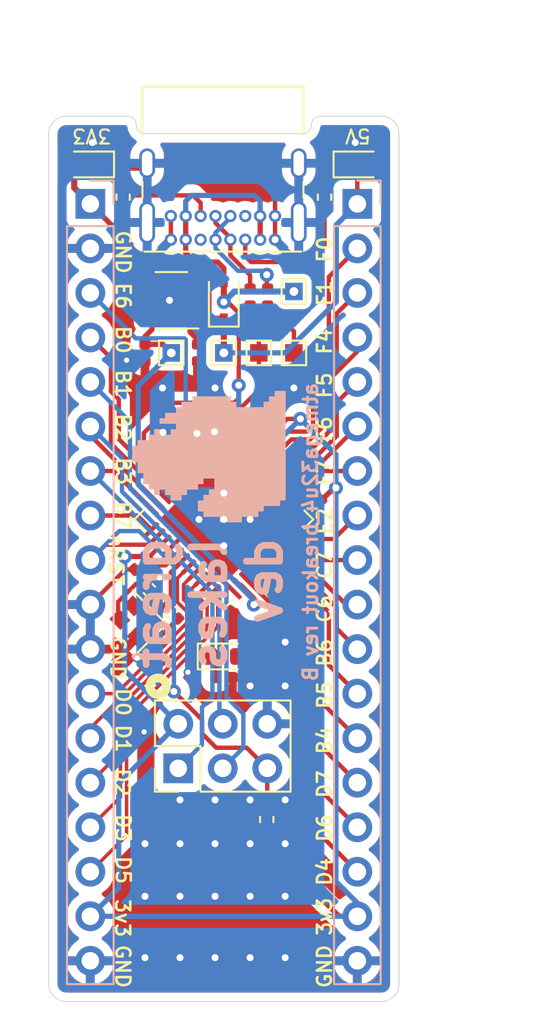
<source format=kicad_pcb>
(kicad_pcb (version 20211014) (generator pcbnew)
  (title_block (title "atmega32u4 breakout") (date "2022-12-22") (rev "rev B") (company "great lakes dev"))
  (layers (0 "F.Cu" signal) (31 "B.Cu" signal) (34 "B.Paste" user) (35 "F.Paste" user) (36 "B.SilkS" user "B.Silkscreen") (37 "F.SilkS" user "F.Silkscreen") (38 "B.Mask" user) (39 "F.Mask" user) (44 "Edge.Cuts" user))
  (net 0 "")
  (net 1 "XTAL1")
  (net 2 "GND")
  (net 3 "Net-(C2-Pad2)")
  (net 4 "XTAL2")
  (net 5 "USB_VBUS")
  (net 6 "Net-(J1-PadB5)")
  (net 7 "Net-(J1-PadA6)")
  (net 8 "Net-(J1-PadA5)")
  (net 9 "Net-(J1-PadA7)")
  (net 10 "USB_D-")
  (net 11 "USB_D+")
  (net 12 "~{RESET}")
  (net 13 "SPI_MISO")
  (net 14 "SPI_MOSI")
  (net 15 "SPI_SCL")
  (net 16 "+3V3")
  (net 17 "PD5")
  (net 18 "PD3")
  (net 19 "PD1")
  (net 20 "PD0")
  (net 21 "PB7")
  (net 22 "PB0")
  (net 23 "PE6")
  (net 24 "PD4")
  (net 25 "PD6")
  (net 26 "PD7")
  (net 27 "PB4")
  (net 28 "PB5")
  (net 29 "PB6")
  (net 30 "PC6")
  (net 31 "PC7")
  (net 32 "PE2")
  (net 33 "PF7")
  (net 34 "PF6")
  (net 35 "PF5")
  (net 36 "PF4")
  (net 37 "PF1")
  (net 38 "PF0")
  (net 39 "+5V")
  (net 40 "PD2")
  (net 42 "Net-(D2-Pad1)")
  (net 43 "Net-(D3-Pad1)")
  (net 44 "Net-(D4-Pad1)")
  (footprint "Capacitor_SMD:C_0402_1005Metric" (layer "F.Cu") (at 143.250019 88.031845 -45)
    (fp_text reference "C2" hide)
    (fp_text value "1uF")
  )
  (footprint "Resistor_SMD:R_0402_1005Metric" (layer "F.Cu") (at 148.250019 79.1 90)
    (fp_text reference "R2" hide)
    (fp_text value "22")
  )
  (footprint "Connector_USB:USB_C_Receptacle_GCT_USB4085" (layer "F.Cu") (at 149.675 75.825 180)
    (fp_text reference "J1" hide)
    (fp_text value "USB_C_Receptacle_USB2.0")
  )
  (footprint "Resistor_SMD:R_0402_1005Metric" (layer "F.Cu") (at 149.250019 79.1 90)
    (fp_text reference "R1" hide)
    (fp_text value "22")
  )
  (footprint "Package_DFN_QFN:QFN-44-1EP_7x7mm_P0.5mm_EP5.2x5.2mm" (layer "F.Cu") (at 146.750019 91.781845 -45)
    (fp_text reference "U1" hide)
    (fp_text value "ATmega32U4-MU")
  )
  (footprint "Capacitor_SMD:C_0402_1005Metric" (layer "F.Cu") (at 145.250019 82.281845 90)
    (fp_text reference "C1" hide)
    (fp_text value "1uF")
  )
  (footprint "Capacitor_SMD:C_0402_1005Metric" (layer "F.Cu") (at 142.250019 82.281845 90)
    (fp_text reference "C3" hide)
    (fp_text value "1uF")
  )
  (footprint "Diode_SMD:D_SOD-323" (layer "F.Cu") (at 146.750019 79.281845 90)
    (fp_text reference "D1" hide)
    (fp_text value "BAT54HT1G")
  )
  (footprint "TestPoint:TestPoint_Pad_1.0x1.0mm" (layer "F.Cu") (at 148.750019 82.281845)
    (fp_text reference "TP2" hide)
    (fp_text value "TestPoint_Small")
  )
  (footprint "TestPoint:TestPoint_THTPad_1.0x1.0mm_Drill0.5mm" (layer "F.Cu") (at 150.750019 78.781845)
    (fp_text reference "TP3" hide)
    (fp_text value "TestPoint_Small")
  )
  (footprint "TestPoint:TestPoint_THTPad_1.0x1.0mm_Drill0.5mm" (layer "F.Cu") (at 146.750019 82.281845)
    (fp_text reference "TP4" hide)
    (fp_text value "TestPoint_Small")
  )
  (footprint "TestPoint:TestPoint_THTPad_1.0x1.0mm_Drill0.5mm" (layer "F.Cu") (at 143.750019 82.281845)
    (fp_text reference "TP5" hide)
    (fp_text value "TestPoint_Small")
  )
  (footprint "Package_TO_SOT_SMD:SOT-23-5" (layer "F.Cu") (at 143.750019 79.281845 180)
    (fp_text reference "U2" hide)
    (fp_text value "AP2127K-3.3")
  )
  (footprint "TestPoint:TestPoint_Pad_1.0x1.0mm" (layer "F.Cu") (at 150.750019 82.281845)
    (fp_text reference "TP1" hide)
    (fp_text value "TestPoint_Small")
  )
  (footprint "LED_SMD:LED_0603_1608Metric" (layer "F.Cu") (at 154.500019 71.531845)
    (fp_text reference "D2" hide)
    (fp_text value "5V")
  )
  (footprint "LED_SMD:LED_0603_1608Metric" (layer "F.Cu") (at 146.750019 99.6)
    (fp_text reference "D4" hide)
    (fp_text value "STAT")
  )
  (footprint "Resistor_SMD:R_0402_1005Metric" (layer "F.Cu") (at 152.500019 71.281845 90)
    (fp_text reference "R3" hide)
    (fp_text value "470")
  )
  (footprint "Resistor_SMD:R_0402_1005Metric" (layer "F.Cu") (at 141.000019 71.281845 90)
    (fp_text reference "R4" hide)
    (fp_text value "470")
  )
  (footprint "LED_SMD:LED_0603_1608Metric" (layer "F.Cu") (at 139.000019 71.531845 180)
    (fp_text reference "D3" hide)
    (fp_text value "3V3")
  )
  (footprint "Connector_PinHeader_2.54mm:PinHeader_2x03_P2.54mm_Vertical" (layer "F.Cu") (at 144.150019 105.981845 90)
    (fp_text reference "J4" hide)
    (fp_text value "AVR-ISP-6")
  )
  (footprint "Capacitor_SMD:C_0402_1005Metric" (layer "F.Cu") (at 151.950019 90.381845 -45)
    (fp_text reference "C4" hide)
    (fp_text value ".1uF")
  )
  (footprint "Capacitor_SMD:C_0402_1005Metric" (layer "F.Cu") (at 142 94.3 45)
    (fp_text reference "C5" hide)
    (fp_text value ".1uF")
  )
  (footprint "Resistor_SMD:R_0402_1005Metric" (layer "F.Cu") (at 146.750019 100.8 180)
    (fp_text reference "R5" hide)
    (fp_text value "470")
  )
  (footprint "Crystal:Crystal_SMD_2016-4Pin_2.0x1.6mm" (layer "F.Cu") (at 141.7 97.6 135)
    (fp_text reference "Y1" hide)
    (fp_text value "ABM11-16.000MHZ-12-N1G-T")
  )
  (footprint "Resistor_SMD:R_0402_1005Metric" (layer "F.Cu") (at 141 73.4 -90)
    (fp_text reference "R7" hide)
    (fp_text value "5.1k")
  )
  (footprint "Resistor_SMD:R_0402_1005Metric" (layer "F.Cu") (at 152.5 73.4 -90)
    (fp_text reference "R6" hide)
    (fp_text value "5.1k")
  )
  (footprint "Capacitor_SMD:C_0402_1005Metric" (layer "F.Cu") (at 142.5 95.8 135)
    (fp_text reference "C7" hide)
    (fp_text value "12pF")
  )
  (footprint "Capacitor_SMD:C_0402_1005Metric" (layer "F.Cu") (at 143.8 97.1 135)
    (fp_text reference "C6" hide)
    (fp_text value "12pF")
  )
  (footprint "Resistor_SMD:R_0402_1005Metric" (layer "F.Cu") (at 149.2 108.9 -90)
    (fp_text reference "R8" hide)
    (fp_text value "10k")
  )
  (footprint "Connector_PinHeader_2.54mm:PinHeader_1x18_P2.54mm_Vertical" (layer "B.Cu") (at 139.130019 73.781845 180)
    (fp_text reference "J2" hide)
    (fp_text value "Header-West")
  )
  (footprint "Connector_PinHeader_2.54mm:PinHeader_1x18_P2.54mm_Vertical" (layer "B.Cu") (at 154.370019 73.781845 180)
    (fp_text reference "J3" hide)
    (fp_text value "Header-East")
  )
  (footprint "atmega32u4_breakout:gld-logo" (layer "B.Cu") (at 145.9 88.2 -90)
    (fp_text reference "G***" hide)
    (fp_text value "LOGO" hide)
  )
  (gr_circle (center 143 101.3) (end 143.2 101.2) (layer "F.SilkS") (width 0.5) (fill none))
  (gr_line (start 137.750019 68.781845) (end 141.250019 68.781845) (layer "Edge.Cuts") (width 0.05))
  (gr_line (start 155.750019 119.281845) (end 137.750019 119.281845) (layer "Edge.Cuts") (width 0.05))
  (gr_line (start 155.750019 68.781845) (end 152.250019 68.781845) (layer "Edge.Cuts") (width 0.05))
  (gr_line (start 156.750019 118.281845) (end 156.750019 69.781845) (layer "Edge.Cuts") (width 0.05))
  (gr_line (start 136.750019 118.281845) (end 136.750019 69.781845) (layer "Edge.Cuts") (width 0.05))
  (gr_arc (start 136.750019 69.781845) (mid 137.042912 69.074738) (end 137.750019 68.781845) (layer "Edge.Cuts") (width 0.05))
  (gr_line (start 151.250019 69.781845) (end 142.250019 69.781845) (layer "Edge.Cuts") (width 0.05))
  (gr_arc (start 151.750019 69.281845) (mid 151.603572 69.635398) (end 151.250019 69.781845) (layer "Edge.Cuts") (width 0.05))
  (gr_arc (start 151.750019 69.281845) (mid 151.896466 68.928292) (end 152.250019 68.781845) (layer "Edge.Cuts") (width 0.05))
  (gr_arc (start 155.750019 68.781845) (mid 156.457126 69.074738) (end 156.750019 69.781845) (layer "Edge.Cuts") (width 0.05))
  (gr_arc (start 141.250019 68.781845) (mid 141.603572 68.928292) (end 141.750019 69.281845) (layer "Edge.Cuts") (width 0.05))
  (gr_arc (start 142.250019 69.781845) (mid 141.896466 69.635398) (end 141.750019 69.281845) (layer "Edge.Cuts") (width 0.05))
  (gr_arc (start 156.750019 118.281845) (mid 156.457126 118.988952) (end 155.750019 119.281845) (layer "Edge.Cuts") (width 0.05))
  (gr_arc (start 137.750019 119.281845) (mid 137.042912 118.988952) (end 136.750019 118.281845) (layer "Edge.Cuts") (width 0.05))
  (gr_text "atmega32u4_breakout rev B" (at 151.7 92.5 90) (layer "B.SilkS") (effects (font (size 0.8 0.8) (thickness 0.17)) (justify mirror)))
  (gr_text "3v3" (at 152.500019 114.440736 90) (layer "F.SilkS") (effects (font (size 0.8 0.8))))
  (gr_text "5V" (at 154.4 69.9 180) (layer "F.SilkS") (effects (font (size 0.8 0.8) (thickness 0.125))))
  (gr_text "3V3" (at 139.2 69.9 180) (layer "F.SilkS") (effects (font (size 0.8 0.8) (thickness 0.125))))
  (gr_text "GND" (at 140.986631 117.281845 270) (layer "F.SilkS") (effects (font (size 0.8 0.8))))
  (gr_text "3v3" (at 140.971059 114.531845 270) (layer "F.SilkS") (effects (font (size 0.8 0.8))))
  (gr_text "D5" (at 141.000019 111.781845 270) (layer "F.SilkS") (effects (font (size 0.8 0.8))))
  (gr_text "D2" (at 140.950019 106.781845 270) (layer "F.SilkS") (effects (font (size 0.8 0.8))))
  (gr_text "D4" (at 152.500019 111.886178 90) (layer "F.SilkS") (effects (font (size 0.8 0.8))))
  (gr_text "F1" (at 152.500019 78.886178 90) (layer "F.SilkS") (effects (font (size 0.8 0.8))))
  (gr_text "F4" (at 152.500019 81.636178 90) (layer "F.SilkS") (effects (font (size 0.8 0.8))))
  (gr_text "D1" (at 141.000019 104.281845 270) (layer "F.SilkS") (effects (font (size 0.8 0.8))))
  (gr_text "E2" (at 152.500019 91.886178 90) (layer "F.SilkS") (effects (font (size 0.8 0.8))))
  (gr_text "C6" (at 152.500019 96.886178 90) (layer "F.SilkS") (effects (font (size 0.8 0.8))))
  (gr_text "D6" (at 152.500019 109.386178 90) (layer "F.SilkS") (effects (font (size 0.8 0.8))))
  (gr_text "F6" (at 152.500019 86.636178 90) (layer "F.SilkS") (effects (font (size 0.8 0.8))))
  (gr_text "B3" (at 141.000019 89.031845 270) (layer "F.SilkS") (effects (font (size 0.8 0.8))))
  (gr_text "B1" (at 141.000019 84.031845 270) (layer "F.SilkS") (effects (font (size 0.8 0.8))))
  (gr_text "nRST" (at 140.6 94.1 270) (layer "F.SilkS") (effects (font (size 0.8 0.8))))
  (gr_text "B5" (at 152.511586 101.79827 90) (layer "F.SilkS") (effects (font (size 0.8 0.8))))
  (gr_text "B6" (at 152.500019 99.386178 90) (layer "F.SilkS") (effects (font (size 0.8 0.8))))
  (gr_text "F7" (at 152.500019 89.136178 90) (layer "F.SilkS") (effects (font (size 0.8 0.8))))
  (gr_text "F5" (at 152.500019 84.136178 90) (layer "F.SilkS") (effects (font (size 0.8 0.8))))
  (gr_text "B0" (at 141.000019 81.531845 270) (layer "F.SilkS") (effects (font (size 0.8 0.8))))
  (gr_text "B2" (at 141.000019 86.531845 270) (layer "F.SilkS") (effects (font (size 0.8 0.8))))
  (gr_text "F0" (at 152.500019 76.386178 90) (layer "F.SilkS") (effects (font (size 0.8 0.8))))
  (gr_text "D7" (at 152.500019 106.886178 90) (layer "F.SilkS") (effects (font (size 0.8 0.8))))
  (gr_text "D3" (at 141.000019 109.381845 270) (layer "F.SilkS") (effects (font (size 0.8 0.8))))
  (gr_text "B7" (at 141.000019 91.531845 270) (layer "F.SilkS") (effects (font (size 0.8 0.8))))
  (gr_text "GND" (at 152.500019 117.281845 90) (layer "F.SilkS") (effects (font (size 0.8 0.8))))
  (gr_text "D0" (at 141.000019 102.2 270) (layer "F.SilkS") (effects (font (size 0.8 0.8))))
  (gr_text "E6" (at 141.000019 79.031845 270) (layer "F.SilkS") (effects (font (size 0.8 0.8))))
  (gr_text "GND" (at 141.000019 76.531845 270) (layer "F.SilkS") (effects (font (size 0.8 0.8))))
  (gr_text "C7" (at 152.500019 94.386178 90) (layer "F.SilkS") (effects (font (size 0.8 0.8))))
  (gr_text "GND" (at 140.7 99.7 270) (layer "F.SilkS") (effects (font (size 0.8 0.8))))
  (gr_text "B4" (at 152.500019 104.386178 90) (layer "F.SilkS") (effects (font (size 0.8 0.8))))
  (segment (start 142.583883 97.706066) (end 142.583883 97.637295) (width 0.25) (layer "F.Cu") (net 1))
  (segment (start 143.725 96.496178) (end 143.460589 96.760589) (width 0.25) (layer "F.Cu") (net 1))
  (segment (start 143.725 94.806864) (end 143.725 96.496178) (width 0.25) (layer "F.Cu") (net 1))
  (segment (start 142.583883 97.637295) (end 143.460589 96.760589) (width 0.25) (layer "F.Cu") (net 1))
  (segment (start 144.39005 94.141814) (end 143.725 94.806864) (width 0.25) (layer "F.Cu") (net 1))
  (segment (start 147.695774 88.007663) (end 146.750019 88.953418) (width 0.25) (layer "F.Cu") (net 2))
  (segment (start 146.750019 91.781845) (end 146.750019 90.281845) (width 0.25) (layer "F.Cu") (net 2))
  (segment (start 151.607072 90.038898) (end 151.321393 90.038898) (width 0.25) (layer "F.Cu") (net 2))
  (segment (start 149.675 74.475) (end 149.675 73.225) (width 0.25) (layer "F.Cu") (net 2))
  (segment (start 143.725 75.825) (end 143.725 74.475) (width 0.25) (layer "F.Cu") (net 2))
  (segment (start 144.814299 89.068323) (end 146.750019 91.004043) (width 0.25) (layer "F.Cu") (net 2))
  (segment (start 139.350019 99.181845) (end 139.130019 99.181845) (width 0.25) (layer "F.Cu") (net 2))
  (segment (start 142.073155 71.766845) (end 142.375 71.465) (width 0.25) (layer "F.Cu") (net 2))
  (segment (start 143.650019 79.281845) (end 144.850019 79.281845) (width 0.25) (layer "F.Cu") (net 2))
  (segment (start 141.128917 94.642947) (end 139.130019 96.641845) (width 0.25) (layer "F.Cu") (net 2))
  (segment (start 142.907072 87.185454) (end 143.28035 86.812176) (width 0.25) (layer "F.Cu") (net 2))
  (segment (start 144.743604 89.068323) (end 144.814299 89.068323) (width 0.25) (layer "F.Cu") (net 2))
  (segment (start 141.806066 98.483883) (end 142.222183 98.9) (width 0.25) (layer "F.Cu") (net 2))
  (segment (start 142.222183 98.9) (end 142.678822 98.9) (width 0.25) (layer "F.Cu") (net 2))
  (segment (start 149.578446 91.781845) (end 148.250019 91.781845) (width 0.25) (layer "F.Cu") (net 2))
  (segment (start 141.657053 94.642947) (end 141.128917 94.642947) (width 0.25) (layer "F.Cu") (net 2))
  (segment (start 151.321393 90.038898) (end 150.524201 90.83609) (width 0.25) (layer "F.Cu") (net 2))
  (segment (start 141.000019 71.766845) (end 142.073155 71.766845) (width 0.25) (layer "F.Cu") (net 2))
  (segment (start 146.750019 91.781845) (end 145.335805 91.781845) (width 0.25) (layer "F.Cu") (net 2))
  (segment (start 143.682943 93.434707) (end 145.335805 91.781845) (width 0.25) (layer "F.Cu") (net 2))
  (segment (start 146.750019 91.781845) (end 146.750019 93.281845) (width 0.25) (layer "F.Cu") (net 2))
  (segment (start 142.678822 98.9) (end 144.139411 97.439411) (width 0.25) (layer "F.Cu") (net 2))
  (segment (start 142.907072 87.688898) (end 142.907072 87.185454) (width 0.25) (layer "F.Cu") (net 2))
  (segment (start 146.750019 88.953418) (end 146.750019 90.281845) (width 0.25) (layer "F.Cu") (net 2))
  (segment (start 141.593934 96.716117) (end 142.262705 96.716117) (width 0.25) (layer "F.Cu") (net 2))
  (segment (start 142.262705 96.716117) (end 142.839411 96.139411) (width 0.25) (layer "F.Cu") (net 2))
  (segment (start 149.675 75.825) (end 149.675 74.475) (width 0.25) (layer "F.Cu") (net 2))
  (segment (start 142.839411 96.139411) (end 142.839411 95.360589) (width 0.25) (layer "F.Cu") (net 2))
  (segment (start 147.342221 95.909581) (end 146.750019 95.317379) (width 0.25) (layer "F.Cu") (net 2))
  (segment (start 146.750019 91.781845) (end 148.250019 91.781845) (width 0.25) (layer "F.Cu") (net 2))
  (segment (start 142.839411 95.360589) (end 143.088556 95.111444) (width 0.25) (layer "F.Cu") (net 2))
  (segment (start 146.750019 91.004043) (end 146.750019 91.781845) (width 0.25) (layer "F.Cu") (net 2))
  (segment (start 150.524201 90.83609) (end 149.578446 91.781845) (width 0.25) (layer "F.Cu") (net 2))
  (segment (start 146.750019 95.317379) (end 146.750019 93.281845) (width 0.25) (layer "F.Cu") (net 2))
  (via (at 150.250019 98.781845) (size 0.8) (drill 0.4) (layers "F.Cu" "B.Cu") (net 2))
  (via (at 143.650019 79.281845) (size 0.8) (drill 0.4) (layers "F.Cu" "B.Cu") (net 2))
  (via (at 146.750019 90.281845) (size 0.8) (drill 0.4) (layers "F.Cu" "B.Cu") (net 2))
  (via (at 148.250019 116.781845) (size 0.8) (drill 0.4) (layers "F.Cu" "B.Cu") (net 2))
  (via (at 142.250019 113.281845) (size 0.8) (drill 0.4) (layers "F.Cu" "B.Cu") (net 2))
  (via (at 141.2 82.7) (size 0.5) (drill 0.3) (layers "F.Cu" "B.Cu") (net 2))
  (via (at 143.088556 95.111444) (size 0.5) (drill 0.3) (layers "F.Cu" "B.Cu") (net 2))
  (via (at 148.250019 101.281845) (size 0.8) (drill 0.4) (layers "F.Cu" "B.Cu") (net 2))
  (via (at 146.250019 113.281845) (size 0.8) (drill 0.4) (layers "F.Cu" "B.Cu") (net 2))
  (via (at 143.28035 86.812176) (size 0.8) (drill 0.4) (layers "F.Cu" "B.Cu") (net 2))
  (via (at 141.8 99.7) (size 0.5) (drill 0.3) (layers "F.Cu" "B.Cu") (net 2))
  (via (at 146.250019 107.781845) (size 0.8) (drill 0.4) (layers "F.Cu" "B.Cu") (net 2))
  (via (at 150.250019 101.281845) (size 0.8) (drill 0.4) (layers "F.Cu" "B.Cu") (net 2))
  (via (at 150.250019 110.281845) (size 0.8) (drill 0.4) (layers "F.Cu" "B.Cu") (net 2))
  (via (at 144.250019 116.781845) (size 0.8) (drill 0.4) (layers "F.Cu" "B.Cu") (net 2))
  (via (at 144.250019 107.781845) (size 0.8) (drill 0.4) (layers "F.Cu" "B.Cu") (net 2))
  (via (at 144.250019 110.281845) (size 0.8) (drill 0.4) (layers "F.Cu" "B.Cu") (net 2))
  (via (at 148.250019 107.781845) (size 0.8) (drill 0.4) (layers "F.Cu" "B.Cu") (net 2))
  (via (at 139.250019 70.281845) (size 0.8) (drill 0.4) (layers "F.Cu" "B.Cu") (net 2))
  (via (at 142.250019 110.281845) (size 0.8) (drill 0.4) (layers "F.Cu" "B.Cu") (net 2))
  (via (at 146.750019 93.281845) (size 0.8) (drill 0.4) (layers "F.Cu" "B.Cu") (net 2))
  (via (at 154.250019 70.281845) (size 0.8) (drill 0.4) (layers "F.Cu" "B.Cu") (net 2))
  (via (at 146.250019 116.781845) (size 0.8) (drill 0.4) (layers "F.Cu" "B.Cu") (net 2))
  (via (at 144.250019 113.281845) (size 0.8) (drill 0.4) (layers "F.Cu" "B.Cu") (net 2))
  (via (at 144.7 100.5) (size 0.5) (drill 0.3) (layers "F.Cu" "B.Cu") (net 2))
  (via (at 150.250019 116.781845) (size 0.8) (drill 0.4) (layers "F.Cu" "B.Cu") (net 2))
  (via (at 146.250019 110.281845) (size 0.8) (drill 0.4) (layers "F.Cu" "B.Cu") (net 2))
  (via (at 148.250019 110.281845) (size 0.8) (drill 0.4) (layers "F.Cu" "B.Cu") (net 2))
  (via (at 146.750019 91.781845) (size 0.8) (drill 0.4) (layers "F.Cu" "B.Cu") (net 2))
  (via (at 146.250019 84.281845) (size 0.8) (drill 0.4) (layers "F.Cu" "B.Cu") (net 2))
  (via (at 142.2 103.9) (size 0.5) (drill 0.3) (layers "F.Cu" "B.Cu") (net 2))
  (via (at 150.250019 113.281845) (size 0.8) (drill 0.4) (layers "F.Cu" "B.Cu") (net 2))
  (via (at 145.335805 91.781845) (size 0.8) (drill 0.4) (layers "F.Cu" "B.Cu") (net 2))
  (via (at 148.250019 113.281845) (size 0.8) (drill 0.4) (layers "F.Cu" "B.Cu") (net 2))
  (via (at 142.250019 116.781845) (size 0.8) (drill 0.4) (layers "F.Cu" "B.Cu") (net 2))
  (via (at 148.250019 91.781845) (size 0.8) (drill 0.4) (layers "F.Cu" "B.Cu") (net 2))
  (via (at 143.250019 84.281845) (size 0.8) (drill 0.4) (layers "F.Cu" "B.Cu") (net 2))
  (via (at 150.250019 107.781845) (size 0.8) (drill 0.4) (layers "F.Cu" "B.Cu") (net 2))
  (via (at 150.750019 84.281845) (size 0.8) (drill 0.4) (layers "F.Cu" "B.Cu") (net 2))
  (segment (start 143.592966 88.624792) (end 143.592966 88.374792) (width 0.25) (layer "F.Cu") (net 3))
  (segment (start 144.39005 89.421876) (end 143.592966 88.624792) (width 0.25) (layer "F.Cu") (net 3))
  (segment (start 142.160589 95.460589) (end 141.739411 95.460589) (width 0.25) (layer "F.Cu") (net 4))
  (segment (start 144.036497 93.78826) (end 143.424757 94.4) (width 0.25) (layer "F.Cu") (net 4))
  (segment (start 141.739411 95.460589) (end 140.717893 96.482107) (width 0.25) (layer "F.Cu") (net 4))
  (segment (start 142.160589 95.239411) (end 142.160589 95.460589) (width 0.25) (layer "F.Cu") (net 4))
  (segment (start 143 94.4) (end 142.160589 95.239411) (width 0.25) (layer "F.Cu") (net 4))
  (segment (start 143.424757 94.4) (end 143 94.4) (width 0.25) (layer "F.Cu") (net 4))
  (segment (start 140.717893 97.39571) (end 140.816117 97.493934) (width 0.25) (layer "F.Cu") (net 4))
  (segment (start 140.717893 96.482107) (end 140.717893 97.39571) (width 0.25) (layer "F.Cu") (net 4))
  (segment (start 147.60002 84.131846) (end 147.60002 80.006846) (width 0.25) (layer "F.Cu") (net 5))
  (segment (start 145.1 77.1) (end 146.4 77.1) (width 0.3) (layer "F.Cu") (net 5))
  (segment (start 144.575 76.575) (end 145.1 77.1) (width 0.3) (layer "F.Cu") (net 5))
  (segment (start 145.804264 88.007663) (end 145.21576 87.419159) (width 0.25) (layer "F.Cu") (net 5))
  (segment (start 146.750019 79.381845) (end 146.781845 79.381845) (width 0.35) (layer "F.Cu") (net 5))
  (segment (start 142.183288 86.848576) (end 143.902974 85.12889) (width 0.25) (layer "F.Cu") (net 5))
  (segment (start 146.975019 79.381845) (end 146.750019 79.381845) (width 0.25) (layer "F.Cu") (net 5))
  (segment (start 145.21576 87.419159) (end 145.21576 86.881845) (width 0.25) (layer "F.Cu") (net 5))
  (segment (start 146.750019 79.381845) (end 146.750019 78.231845) (width 0.35) (layer "F.Cu") (net 5))
  (segment (start 144.575 74.475) (end 144.575 75.825) (width 0.3) (layer "F.Cu") (net 5))
  (segment (start 147.60002 84.87367) (end 147.60002 84.131846) (width 0.25) (layer "F.Cu") (net 5))
  (segment (start 143.902974 85.12889) (end 147.3448 85.12889) (width 0.25) (layer "F.Cu") (net 5))
  (segment (start 144.575 75.825) (end 144.575 76.575) (width 0.3) (layer "F.Cu") (net 5))
  (segment (start 147.60002 80.006846) (end 146.975019 79.381845) (width 0.25) (layer "F.Cu") (net 5))
  (segment (start 144.036497 89.77543) (end 142.183288 87.922221) (width 0.25) (layer "F.Cu") (net 5))
  (segment (start 146.4 77.1) (end 146.750019 77.450019) (width 0.3) (layer "F.Cu") (net 5))
  (segment (start 147.3448 85.12889) (end 147.60002 84.87367) (width 0.25) (layer "F.Cu") (net 5))
  (segment (start 146.750019 77.450019) (end 146.750019 78.231845) (width 0.3) (layer "F.Cu") (net 5))
  (segment (start 148.825 74.475) (end 148.825 75.825) (width 0.3) (layer "F.Cu") (net 5))
  (segment (start 142.183288 87.922221) (end 142.183288 86.848576) (width 0.25) (layer "F.Cu") (net 5))
  (via (at 146.750019 79.381845) (size 0.8) (drill 0.4) (layers "F.Cu" "B.Cu") (net 5))
  (via (at 145.21576 86.881845) (size 0.8) (drill 0.4) (layers "F.Cu" "B.Cu") (net 5))
  (via (at 147.60002 84.131846) (size 0.8) (drill 0.4) (layers "F.Cu" "B.Cu") (net 5))
  (segment (start 147.350019 78.781845) (end 146.750019 79.381845) (width 0.35) (layer "B.Cu") (net 5))
  (segment (start 145.21576 86.881845) (end 145.862827 87.528912) (width 0.3) (layer "B.Cu") (net 5))
  (segment (start 144.9 73.3) (end 148.5 73.3) (width 0.3) (layer "B.Cu") (net 5))
  (segment (start 144.575 73.625) (end 144.9 73.3) (width 0.3) (layer "B.Cu") (net 5))
  (segment (start 144.575 74.475) (end 144.575 73.625) (width 0.3) (layer "B.Cu") (net 5))
  (segment (start 148.5 73.3) (end 148.825 73.625) (width 0.3) (layer "B.Cu") (net 5))
  (segment (start 145.862827 87.528912) (end 146.574738 87.528912) (width 0.3) (layer "B.Cu") (net 5))
  (segment (start 147.60002 86.50363) (end 147.60002 84.131846) (width 0.3) (layer "B.Cu") (net 5))
  (segment (start 148.825 73.625) (end 148.825 74.475) (width 0.3) (layer "B.Cu") (net 5))
  (segment (start 146.574738 87.528912) (end 147.60002 86.50363) (width 0.3) (layer "B.Cu") (net 5))
  (segment (start 147.350019 78.781845) (end 150.750019 78.781845) (width 0.35) (layer "B.Cu") (net 5))
  (segment (start 145.425 74.475) (end 145.425 73.725) (width 0.25) (layer "F.Cu") (net 6))
  (segment (start 145.425 73.725) (end 145 73.3) (width 0.25) (layer "F.Cu") (net 6))
  (segment (start 141.61 73.3) (end 141 73.91) (width 0.25) (layer "F.Cu") (net 6))
  (segment (start 145 73.3) (end 141.61 73.3) (width 0.25) (layer "F.Cu") (net 6))
  (segment (start 146.275 74.475) (end 146.275 74.870405) (width 0.25) (layer "F.Cu") (net 7))
  (segment (start 146.275 74.870405) (end 147.125 75.720405) (width 0.25) (layer "F.Cu") (net 7))
  (segment (start 147.125 76.725) (end 147.125 75.825) (width 0.25) (layer "F.Cu") (net 7))
  (segment (start 148.250019 77.850019) (end 147.125 76.725) (width 0.25) (layer "F.Cu") (net 7))
  (segment (start 148.250019 78.615) (end 148.250019 77.850019) (width 0.25) (layer "F.Cu") (net 7))
  (segment (start 147.125 75.720405) (end 147.125 75.825) (width 0.25) (layer "F.Cu") (net 7))
  (segment (start 152.5 76.2) (end 151.6 77.1) (width 0.25) (layer "F.Cu") (net 8))
  (segment (start 148.3 77.1) (end 147.975 76.775) (width 0.25) (layer "F.Cu") (net 8))
  (segment (start 152.5 73.91) (end 152.5 76.2) (width 0.25) (layer "F.Cu") (net 8))
  (segment (start 147.975 76.775) (end 147.975 75.825) (width 0.25) (layer "F.Cu") (net 8))
  (segment (start 151.6 77.1) (end 148.3 77.1) (width 0.25) (layer "F.Cu") (net 8))
  (segment (start 149.2 77.8245) (end 149.2 78.564981) (width 0.25) (layer "F.Cu") (net 9))
  (segment (start 149.2 78.564981) (end 149.250019 78.615) (width 0.25) (layer "F.Cu") (net 9))
  (via (at 149.2 77.8245) (size 0.8) (drill 0.4) (layers "F.Cu" "B.Cu") (net 9))
  (segment (start 146.275 75.825) (end 146.275 75.425) (width 0.25) (layer "B.Cu") (net 9))
  (segment (start 147.125 74.579595) (end 147.125 74.475) (width 0.25) (layer "B.Cu") (net 9))
  (segment (start 147.555026 77.6) (end 148.6 77.6) (width 0.25) (layer "B.Cu") (net 9))
  (segment (start 148.6 77.6) (end 148.9755 77.6) (width 0.25) (layer "B.Cu") (net 9))
  (segment (start 146.275 75.825) (end 146.275 76.319974) (width 0.25) (layer "B.Cu") (net 9))
  (segment (start 147.125 74.575) (end 147.125 74.475) (width 0.25) (layer "B.Cu") (net 9))
  (segment (start 146.275 75.425) (end 147.125 74.575) (width 0.25) (layer "B.Cu") (net 9))
  (segment (start 146.275 76.319974) (end 147.555026 77.6) (width 0.25) (layer "B.Cu") (net 9))
  (segment (start 148.9755 77.6) (end 149.2 77.8245) (width 0.25) (layer "B.Cu") (net 9))
  (segment (start 149.285 79.585) (end 150.750019 81.050019) (width 0.25) (layer "F.Cu") (net 10))
  (segment (start 149.250019 79.585) (end 149.285 79.585) (width 0.2) (layer "F.Cu") (net 10))
  (segment (start 144.49076 87.401266) (end 145.45071 88.361216) (width 0.25) (layer "F.Cu") (net 10))
  (segment (start 150.750019 82.281845) (end 150.750019 83.031845) (width 0.25) (layer "F.Cu") (net 10))
  (segment (start 147.727954 86.05391) (end 144.913057 86.05391) (width 0.25) (layer "F.Cu") (net 10))
  (segment (start 150.750019 81.050019) (end 150.750019 82.281845) (width 0.25) (layer "F.Cu") (net 10))
  (segment (start 150.750019 83.031845) (end 147.727954 86.05391) (width 0.25) (layer "F.Cu") (net 10))
  (segment (start 144.49076 86.476207) (end 144.49076 87.401266) (width 0.25) (layer "F.Cu") (net 10))
  (segment (start 144.913057 86.05391) (end 144.49076 86.476207) (width 0.25) (layer "F.Cu") (net 10))
  (segment (start 148.750019 84.395435) (end 148.750019 82.281845) (width 0.25) (layer "F.Cu") (net 11))
  (segment (start 144.040751 86.289806) (end 144.726657 85.6039) (width 0.25) (layer "F.Cu") (net 11))
  (segment (start 145.097157 88.714769) (end 144.04075 87.658362) (width 0.25) (layer "F.Cu") (net 11))
  (segment (start 148.250019 79.585) (end 148.250019 80.281845) (width 0.25) (layer "F.Cu") (net 11))
  (segment (start 148.750019 80.781845) (end 148.750019 82.281845) (width 0.25) (layer "F.Cu") (net 11))
  (segment (start 144.726657 85.6039) (end 147.541554 85.6039) (width 0.25) (layer "F.Cu") (net 11))
  (segment (start 144.04075 87.658362) (end 144.040751 86.289806) (width 0.25) (layer "F.Cu") (net 11))
  (segment (start 147.541554 85.6039) (end 148.750019 84.395435) (width 0.25) (layer "F.Cu") (net 11))
  (segment (start 148.250019 80.281845) (end 148.750019 80.781845) (width 0.25) (layer "F.Cu") (net 11))
  (segment (start 142.975837 92.7276) (end 142.9724 92.7276) (width 0.25) (layer "F.Cu") (net 12))
  (segment (start 140.006864 93.225) (end 139.130019 94.101845) (width 0.25) (layer "F.Cu") (net 12))
  (segment (start 149.230019 108.359981) (end 149.2 108.39) (width 0.25) (layer "F.Cu") (net 12))
  (segment (start 142.475 93.225) (end 140.006864 93.225) (width 0.25) (layer "F.Cu") (net 12))
  (segment (start 145.515018 104.005846) (end 146.316016 104.806844) (width 0.25) (layer "F.Cu") (net 12))
  (segment (start 142.9724 92.7276) (end 142.475 93.225) (width 0.25) (layer "F.Cu") (net 12))
  (segment (start 143.9 101.6) (end 145.515018 103.215018) (width 0.25) (layer "F.Cu") (net 12))
  (segment (start 149.230019 105.981845) (end 149.230019 108.359981) (width 0.25) (layer "F.Cu") (net 12))
  (segment (start 148.055018 104.806844) (end 149.230019 105.981845) (width 0.25) (layer "F.Cu") (net 12))
  (segment (start 145.515018 103.215018) (end 145.515018 104.005846) (width 0.25) (layer "F.Cu") (net 12))
  (segment (start 146.316016 104.806844) (end 148.055018 104.806844) (width 0.25) (layer "F.Cu") (net 12))
  (via (at 143.9 101.6) (size 0.8) (drill 0.4) (layers "F.Cu" "B.Cu") (net 12))
  (segment (start 140.78339 92.448474) (end 139.130019 94.101845) (width 0.25) (layer "B.Cu") (net 12))
  (segment (start 143.9 94.428236) (end 141.920238 92.448474) (width 0.25) (layer "B.Cu") (net 12))
  (segment (start 141.920238 92.448474) (end 140.78339 92.448474) (width 0.25) (layer "B.Cu") (net 12))
  (segment (start 143.9 101.6) (end 143.9 94.428236) (width 0.25) (layer "B.Cu") (net 12))
  (segment (start 140.454485 89.021845) (end 139.130019 89.021845) (width 0.25) (layer "F.Cu") (net 13))
  (segment (start 142.622283 91.189643) (end 140.454485 89.021845) (width 0.25) (layer "F.Cu") (net 13))
  (segment (start 146.1 101.9) (end 146.1 95.991826) (width 0.25) (layer "B.Cu") (net 13))
  (segment (start 145.5 102.5) (end 146.1 101.9) (width 0.25) (layer "B.Cu") (net 13))
  (segment (start 146.1 95.991826) (end 139.130019 89.021845) (width 0.25) (layer "B.Cu") (net 13))
  (segment (start 144.150019 105.981845) (end 145.5 104.631864) (width 0.25) (layer "B.Cu") (net 13))
  (segment (start 145.5 104.631864) (end 145.5 102.5) (width 0.25) (layer "B.Cu") (net 13))
  (segment (start 139.130019 86.990272) (end 139.130019 86.481845) (width 0.25) (layer "F.Cu") (net 14))
  (segment (start 142.975837 90.83609) (end 139.130019 86.990272) (width 0.25) (layer "F.Cu") (net 14))
  (segment (start 146.5 95.755416) (end 140.938224 90.19364) (width 0.25) (layer "B.Cu") (net 14))
  (segment (start 140.938224 88.29005) (end 139.130019 86.481845) (width 0.25) (layer "B.Cu") (net 14))
  (segment (start 140.938224 90.19364) (end 140.938224 88.29005) (width 0.25) (layer "B.Cu") (net 14))
  (segment (start 146.690019 103.441845) (end 146.5 103.251826) (width 0.25) (layer "B.Cu") (net 14))
  (segment (start 146.5 103.251826) (end 146.5 95.755416) (width 0.25) (layer "B.Cu") (net 14))
  (segment (start 143.32939 90.482536) (end 140.30502 87.458166) (width 0.25) (layer "F.Cu") (net 15))
  (segment (start 140.30502 85.116846) (end 139.130019 83.941845) (width 0.25) (layer "F.Cu") (net 15))
  (segment (start 140.30502 87.458166) (end 140.30502 85.116846) (width 0.25) (layer "F.Cu") (net 15))
  (segment (start 141.388234 90.00724) (end 141.388234 86.20006) (width 0.25) (layer "B.Cu") (net 15))
  (segment (start 147.86502 102.877844) (end 146.9 101.912824) (width 0.25) (layer "B.Cu") (net 15))
  (segment (start 147.86502 104.806844) (end 147.86502 102.877844) (width 0.25) (layer "B.Cu") (net 15))
  (segment (start 146.9 95.519006) (end 141.388234 90.00724) (width 0.25) (layer "B.Cu") (net 15))
  (segment (start 146.9 101.912824) (end 146.9 95.519006) (width 0.25) (layer "B.Cu") (net 15))
  (segment (start 146.690019 105.981845) (end 147.86502 104.806844) (width 0.25) (layer "B.Cu") (net 15))
  (segment (start 141.388234 86.20006) (end 139.130019 83.941845) (width 0.25) (layer "B.Cu") (net 15))
  (segment (start 142.250019 81.796845) (end 143.265019 81.796845) (width 0.3) (layer "F.Cu") (net 16))
  (segment (start 143.32939 93.081154) (end 142.453491 93.957053) (width 0.25) (layer "F.Cu") (net 16))
  (segment (start 148.049328 88.361216) (end 148.689359 87.721185) (width 0.25) (layer "F.Cu") (net 16))
  (segment (start 148.464053 96.642505) (end 148.464053 96.288953) (width 0.3) (layer "F.Cu") (net 16))
  (segment (start 151.435913 91.581845) (end 152.292966 90.724792) (width 0.25) (layer "F.Cu") (net 16))
  (segment (start 141.450019 79.350019) (end 142.331845 80.231845) (width 0.3) (layer "F.Cu") (net 16))
  (segment (start 149.2 109.41) (end 149.2 110.292487) (width 0.3) (layer "F.Cu") (net 16))
  (segment (start 138.212519 72.864345) (end 139.130019 73.781845) (width 0.35) (layer "F.Cu") (net 16))
  (segment (start 147.342221 87.654109) (end 147.781247 87.215083) (width 0.25) (layer "F.Cu") (net 16))
  (segment (start 151.269957 91.581845) (end 151.435913 91.581845) (width 0.25) (layer "F.Cu") (net 16))
  (segment (start 143.265019 81.796845) (end 143.750019 82.281845) (width 0.3) (layer "F.Cu") (net 16))
  (segment (start 142.453491 93.957053) (end 142.342947 93.957053) (width 0.3) (layer "F.Cu") (net 16))
  (segment (start 149.2 110.292487) (end 153.329358 114.421845) (width 0.3) (layer "F.Cu") (net 16))
  (segment (start 153.035913 89.981845) (end 152.292966 90.724792) (width 0.3) (layer "F.Cu") (net 16))
  (segment (start 142.650019 80.949981) (end 142.650019 80.231845) (width 0.3) (layer "F.Cu") (net 16))
  (segment (start 142.331845 80.231845) (end 142.650019 80.231845) (width 0.3) (layer "F.Cu") (net 16))
  (segment (start 153.329358 114.421845) (end 154.370019 114.421845) (width 0.3) (layer "F.Cu") (net 16))
  (segment (start 142.285894 93.9) (end 142.342947 93.957053) (width 0.3) (layer "F.Cu") (net 16))
  (segment (start 142.250019 81.349981) (end 142.650019 80.949981) (width 0.3) (layer "F.Cu") (net 16))
  (segment (start 148.183257 87.215083) (end 148.689359 87.721185) (width 0.25) (layer "F.Cu") (net 16))
  (segment (start 138.212519 71.531845) (end 138.212519 72.864345) (width 0.35) (layer "F.Cu") (net 16))
  (segment (start 151.119988 86.046795) (end 150.363749 86.046795) (width 0.25) (layer "F.Cu") (net 16))
  (segment (start 150.877755 91.189643) (end 151.269957 91.581845) (width 0.25) (layer "F.Cu") (net 16))
  (segment (start 142.250019 81.796845) (end 142.250019 81.349981) (width 0.3) (layer "F.Cu") (net 16))
  (segment (start 141.1 93.9) (end 142.285894 93.9) (width 0.3) (layer "F.Cu") (net 16))
  (segment (start 153.150019 89.981845) (end 153.035913 89.981845) (width 0.3) (layer "F.Cu") (net 16))
  (segment (start 147.781247 87.215083) (end 148.183257 87.215083) (width 0.25) (layer "F.Cu") (net 16))
  (segment (start 141.450019 76.101845) (end 141.450019 79.350019) (width 0.3) (layer "F.Cu") (net 16))
  (segment (start 139.130019 73.781845) (end 141.450019 76.101845) (width 0.3) (layer "F.Cu") (net 16))
  (segment (start 148.464053 96.288953) (end 147.71345 95.53835) (width 0.3) (layer "F.Cu") (net 16))
  (segment (start 150.363749 86.046795) (end 148.689359 87.721185) (width 0.25) (layer "F.Cu") (net 16))
  (via (at 141.1 93.9) (size 0.8) (drill 0.4) (layers "F.Cu" "B.Cu") (net 16))
  (via (at 153.150019 89.981845) (size 0.8) (drill 0.4) (layers "F.Cu" "B.Cu") (net 16))
  (via (at 148.464053 96.642505) (size 0.8) (drill 0.4) (layers "F.Cu" "B.Cu") (net 16))
  (via (at 151.119988 86.046795) (size 0.8) (drill 0.4) (layers "F.Cu" "B.Cu") (net 16))
  (segment (start 153.150019 88.076826) (end 151.119988 86.046795) (width 0.3) (layer "B.Cu") (net 16))
  (segment (start 153.150019 89.981845) (end 153.150019 88.076826) (width 0.3) (layer "B.Cu") (net 16))
  (segment (start 143.800019 91.731845) (end 148.464053 96.395879) (width 0.3) (layer "B.Cu") (net 16))
  (segment (start 151.119988 86.046795) (end 147.884938 89.281845) (width 0.3) (layer "B.Cu") (net 16))
  (segment (start 141.976469 89.281845) (end 141.863244 89.16862) (width 0.3) (layer "B.Cu") (net 16))
  (segment (start 141.1 93.9) (end 141.1 100.391826) (width 0.3) (layer "B.Cu") (net 16))
  (segment (start 141.863244 84.16862) (end 141.863244 84.39507) (width 0.3) (layer "B.Cu") (net 16))
  (segment (start 153.150019 89.981845) (end 153.150019 112.437847) (width 0.3) (layer "B.Cu") (net 16))
  (segment (start 148.464053 96.395879) (end 148.464053 96.642505) (width 0.3) (layer "B.Cu") (net 16))
  (segment (start 147.884938 89.281845) (end 141.976469 89.281845) (width 0.3) (layer "B.Cu") (net 16))
  (segment (start 141.863244 89.16862) (end 141.863244 89.79507) (width 0.3) (layer "B.Cu") (net 16))
  (segment (start 154.370019 113.657847) (end 154.370019 114.421845) (width 0.3) (layer "B.Cu") (net 16))
  (segment (start 141.863244 84.39507) (end 141.863244 89.16862) (width 0.3) (layer "B.Cu") (net 16))
  (segment (start 154.370019 114.421845) (end 139.130019 114.421845) (width 0.3) (layer "B.Cu") (net 16))
  (segment (start 141.863244 89.79507) (end 143.550019 91.481845) (width 0.3) (layer "B.Cu") (net 16))
  (segment (start 143.750019 82.281845) (end 141.863244 84.16862) (width 0.3) (layer "B.Cu") (net 16))
  (segment (start 140.750019 106.841845) (end 140.750019 112.801845) (width 0.3) (layer "B.Cu") (net 16))
  (segment (start 143.550019 91.481845) (end 143.800019 91.731845) (width 0.3) (layer "B.Cu") (net 16))
  (segment (start 144.150019 103.441845) (end 140.750019 106.841845) (width 0.3) (layer "B.Cu") (net 16))
  (segment (start 153.150019 112.437847) (end 154.370019 113.657847) (width 0.3) (layer "B.Cu") (net 16))
  (segment (start 141.1 100.391826) (end 144.150019 103.441845) (width 0.3) (layer "B.Cu") (net 16))
  (segment (start 140.750019 112.801845) (end 139.130019 114.421845) (width 0.3) (layer "B.Cu") (net 16))
  (segment (start 146.4 97.908252) (end 141.2 103.108252) (width 0.2) (layer "F.Cu") (net 17))
  (segment (start 141.2 103.108252) (end 141.2 109.811864) (width 0.2) (layer "F.Cu") (net 17))
  (segment (start 146.4 96.2) (end 146.4 97.908252) (width 0.2) (layer "F.Cu") (net 17))
  (segment (start 141.2 109.811864) (end 139.130019 111.881845) (width 0.2) (layer "F.Cu") (net 17))
  (segment (start 146.157817 95.909581) (end 146.157817 95.957817) (width 0.2) (layer "F.Cu") (net 17))
  (segment (start 146.157817 95.957817) (end 146.4 96.2) (width 0.2) (layer "F.Cu") (net 17))
  (segment (start 140.85 102.963278) (end 140.85 107.621864) (width 0.2) (layer "F.Cu") (net 18))
  (segment (start 145.3 96.060291) (end 145.3 96.212823) (width 0.2) (layer "F.Cu") (net 18))
  (segment (start 140.85 107.621864) (end 139.130019 109.341845) (width 0.2) (layer "F.Cu") (net 18))
  (segment (start 145.798614 96.711437) (end 145.798614 98.014664) (width 0.2) (layer "F.Cu") (net 18))
  (segment (start 145.798614 98.014664) (end 140.85 102.963278) (width 0.2) (layer "F.Cu") (net 18))
  (segment (start 145.804264 95.556027) (end 145.3 96.060291) (width 0.2) (layer "F.Cu") (net 18))
  (segment (start 145.3 96.212823) (end 145.798614 96.711437) (width 0.2) (layer "F.Cu") (net 18))
  (segment (start 144.45 96.352773) (end 145.098614 97.001386) (width 0.2) (layer "F.Cu") (net 19))
  (segment (start 145.097157 94.848921) (end 144.45 95.496078) (width 0.2) (layer "F.Cu") (net 19))
  (segment (start 144.45 95.496078) (end 144.45 96.352773) (width 0.2) (layer "F.Cu") (net 19))
  (segment (start 145.098614 97.724716) (end 139.130019 103.693311) (width 0.2) (layer "F.Cu") (net 19))
  (segment (start 145.098614 97.001386) (end 145.098614 97.724716) (width 0.2) (layer "F.Cu") (net 19))
  (segment (start 139.130019 103.693311) (end 139.130019 104.261845) (width 0.2) (layer "F.Cu") (net 19))
  (segment (start 140.606511 101.721845) (end 139.130019 101.721845) (width 0.2) (layer "F.Cu") (net 20))
  (segment (start 144.743604 94.495367) (end 144.1 95.138971) (width 0.2) (layer "F.Cu") (net 20))
  (segment (start 144.748614 97.151386) (end 144.748614 97.579742) (width 0.2) (layer "F.Cu") (net 20))
  (segment (start 144.1 95.138971) (end 144.1 96.502772) (width 0.2) (layer "F.Cu") (net 20))
  (segment (start 144.748614 97.579742) (end 140.606511 101.721845) (width 0.2) (layer "F.Cu") (net 20))
  (segment (start 144.1 96.502772) (end 144.748614 97.151386) (width 0.2) (layer "F.Cu") (net 20))
  (segment (start 141.810081 91.561845) (end 142.622283 92.374047) (width 0.25) (layer "F.Cu") (net 21))
  (segment (start 139.130019 91.561845) (end 141.810081 91.561845) (width 0.25) (layer "F.Cu") (net 21))
  (segment (start 139.130019 81.401845) (end 140.30502 82.576846) (width 0.25) (layer "F.Cu") (net 22))
  (segment (start 140.75503 87.20107) (end 143.682943 90.128983) (width 0.25) (layer "F.Cu") (net 22))
  (segment (start 140.30502 82.576846) (end 140.30502 84.480436) (width 0.25) (layer "F.Cu") (net 22))
  (segment (start 140.30502 84.480436) (end 140.75503 84.930446) (width 0.25) (layer "F.Cu") (net 22))
  (segment (start 140.75503 84.930446) (end 140.75503 87.20107) (width 0.25) (layer "F.Cu") (net 22))
  (segment (start 146 87.3) (end 146 87.496292) (width 0.25) (layer "F.Cu") (net 23))
  (segment (start 146 87.496292) (end 146.157817 87.654109) (width 0.25) (layer "F.Cu") (net 23))
  (segment (start 146.21045 86.77891) (end 146.21045 87.08955) (width 0.25) (layer "F.Cu") (net 23))
  (segment (start 146.21045 87.08955) (end 146 87.3) (width 0.25) (layer "F.Cu") (net 23))
  (via (at 146.21045 86.77891) (size 0.8) (drill 0.4) (layers "F.Cu" "B.Cu") (net 23))
  (segment (start 141.725018 81.456844) (end 139.130019 78.861845) (width 0.25) (layer "B.Cu") (net 23))
  (segment (start 144.57502 81.521844) (end 144.51002 81.456844) (width 0.25) (layer "B.Cu") (net 23))
  (segment (start 144.57502 85.14348) (end 144.57502 81.521844) (width 0.25) (layer "B.Cu") (net 23))
  (segment (start 146.21045 86.77891) (end 144.57502 85.14348) (width 0.25) (layer "B.Cu") (net 23))
  (segment (start 144.51002 81.456844) (end 141.725018 81.456844) (width 0.25) (layer "B.Cu") (net 23))
  (segment (start 150.944968 108.456794) (end 154.370019 111.881845) (width 0.25) (layer "F.Cu") (net 24))
  (segment (start 150.944968 98.098114) (end 150.944968 99.555032) (width 0.25) (layer "F.Cu") (net 24))
  (segment (start 150.9 99.6) (end 150.944968 99.555032) (width 0.25) (layer "F.Cu") (net 24))
  (segment (start 148.049328 95.202474) (end 149.489359 96.642505) (width 0.25) (layer "F.Cu") (net 24))
  (segment (start 149.489359 96.642505) (end 150.944968 98.098114) (width 0.25) (layer "F.Cu") (net 24))
  (segment (start 147.537519 99.6) (end 150.9 99.6) (width 0.25) (layer "F.Cu") (net 24))
  (segment (start 150.944968 99.555032) (end 150.944968 108.456794) (width 0.25) (layer "F.Cu") (net 24))
  (segment (start 151.394978 106.366804) (end 154.370019 109.341845) (width 0.25) (layer "F.Cu") (net 25))
  (segment (start 151.394978 97.841018) (end 151.394978 106.366804) (width 0.25) (layer "F.Cu") (net 25))
  (segment (start 148.402881 94.848921) (end 151.394978 97.841018) (width 0.25) (layer "F.Cu") (net 25))
  (segment (start 151.844988 104.276814) (end 154.370019 106.801845) (width 0.25) (layer "F.Cu") (net 26))
  (segment (start 151.844988 97.583921) (end 151.844988 104.276814) (width 0.25) (layer "F.Cu") (net 26))
  (segment (start 148.756434 94.495367) (end 151.844988 97.583921) (width 0.25) (layer "F.Cu") (net 26))
  (segment (start 149.109988 94.141814) (end 152.294998 97.326824) (width 0.25) (layer "F.Cu") (net 27))
  (segment (start 152.294998 97.326824) (end 152.294998 102.186824) (width 0.25) (layer "F.Cu") (net 27))
  (segment (start 152.294998 102.186824) (end 154.370019 104.261845) (width 0.25) (layer "F.Cu") (net 27))
  (segment (start 152.745008 97.069727) (end 152.745008 100.096834) (width 0.25) (layer "F.Cu") (net 28))
  (segment (start 152.745008 100.096834) (end 154.370019 101.721845) (width 0.25) (layer "F.Cu") (net 28))
  (segment (start 149.463541 93.78826) (end 152.745008 97.069727) (width 0.25) (layer "F.Cu") (net 28))
  (segment (start 153.195018 96.812628) (end 153.195018 98.006844) (width 0.25) (layer "F.Cu") (net 29))
  (segment (start 153.195018 98.006844) (end 154.370019 99.181845) (width 0.25) (layer "F.Cu") (net 29))
  (segment (start 149.817095 93.434707) (end 153.195018 96.812628) (width 0.25) (layer "F.Cu") (net 29))
  (segment (start 153.731339 96.641845) (end 154.370019 96.641845) (width 0.25) (layer "F.Cu") (net 30))
  (segment (start 150.170648 93.081154) (end 153.731339 96.641845) (width 0.25) (layer "F.Cu") (net 30))
  (segment (start 151.898446 94.101845) (end 154.370019 94.101845) (width 0.25) (layer "F.Cu") (net 31))
  (segment (start 150.524201 92.7276) (end 151.898446 94.101845) (width 0.25) (layer "F.Cu") (net 31))
  (segment (start 153.031864 92.9) (end 151.403708 92.9) (width 0.25) (layer "F.Cu") (net 32))
  (segment (start 154.370019 91.561845) (end 153.031864 92.9) (width 0.25) (layer "F.Cu") (net 32))
  (segment (start 151.403708 92.9) (end 150.877755 92.374047) (width 0.25) (layer "F.Cu") (net 32))
  (segment (start 150.170648 90.411842) (end 151.560645 89.021845) (width 0.25) (layer "F.Cu") (net 33))
  (segment (start 150.170648 90.482536) (end 150.170648 90.411842) (width 0.25) (layer "F.Cu") (net 33))
  (segment (start 151.560645 89.021845) (end 154.370019 89.021845) (width 0.25) (layer "F.Cu") (net 33))
  (segment (start 152.280029 88.571835) (end 154.370019 86.481845) (width 0.25) (layer "F.Cu") (net 34))
  (segment (start 151.374245 88.571835) (end 152.280029 88.571835) (width 0.25) (layer "F.Cu") (net 34))
  (segment (start 149.817095 90.128983) (end 151.374245 88.571835) (width 0.25) (layer "F.Cu") (net 34))
  (segment (start 149.463541 89.77543) (end 149.463541 89.704735) (width 0.25) (layer "F.Cu") (net 35))
  (segment (start 149.463541 89.704735) (end 151.046451 88.121825) (width 0.25) (layer "F.Cu") (net 35))
  (segment (start 152.093629 88.121825) (end 153.195018 87.020436) (width 0.25) (layer "F.Cu") (net 35))
  (segment (start 153.195018 87.020436) (end 153.195018 85.116846) (width 0.25) (layer "F.Cu") (net 35))
  (segment (start 151.046451 88.121825) (end 152.093629 88.121825) (width 0.25) (layer "F.Cu") (net 35))
  (segment (start 153.195018 85.116846) (end 154.370019 83.941845) (width 0.25) (layer "F.Cu") (net 35))
  (segment (start 151.860049 87.671815) (end 152.745008 86.786856) (width 0.25) (layer "F.Cu") (net 36))
  (segment (start 154.370019 82.202843) (end 154.370019 81.401845) (width 0.25) (layer "F.Cu") (net 36))
  (segment (start 149.109988 89.421876) (end 150.860051 87.671815) (width 0.25) (layer "F.Cu") (net 36))
  (segment (start 150.860051 87.671815) (end 151.860049 87.671815) (width 0.25) (layer "F.Cu") (net 36))
  (segment (start 152.745008 83.827854) (end 154.370019 82.202843) (width 0.25) (layer "F.Cu") (net 36))
  (segment (start 152.745008 86.786856) (end 152.745008 83.827854) (width 0.25) (layer "F.Cu") (net 36))
  (segment (start 150.602952 87.221805) (end 151.673649 87.221805) (width 0.25) (layer "F.Cu") (net 37))
  (segment (start 148.756434 89.068323) (end 150.602952 87.221805) (width 0.25) (layer "F.Cu") (net 37))
  (segment (start 153.195018 82.736846) (end 153.195018 80.036846) (width 0.25) (layer "F.Cu") (net 37))
  (segment (start 153.195018 80.036846) (end 154.370019 78.861845) (width 0.25) (layer "F.Cu") (net 37))
  (segment (start 151.673649 87.221805) (end 152.294998 86.600456) (width 0.25) (layer "F.Cu") (net 37))
  (segment (start 152.294998 83.636866) (end 153.195018 82.736846) (width 0.25) (layer "F.Cu") (net 37))
  (segment (start 152.294998 86.600456) (end 152.294998 83.636866) (width 0.25) (layer "F.Cu") (net 37))
  (segment (start 150.345855 86.771795) (end 151.487249 86.771795) (width 0.25) (layer "F.Cu") (net 38))
  (segment (start 152.745008 82.550446) (end 152.745008 77.946856) (width 0.25) (layer "F.Cu") (net 38))
  (segment (start 151.844989 83.450465) (end 152.745008 82.550446) (width 0.25) (layer "F.Cu") (net 38))
  (segment (start 152.745008 77.946856) (end 154.370019 76.321845) (width 0.25) (layer "F.Cu") (net 38))
  (segment (start 151.487249 86.771795) (end 151.844988 86.414056) (width 0.25) (layer "F.Cu") (net 38))
  (segment (start 148.402881 88.714769) (end 150.345855 86.771795) (width 0.25) (layer "F.Cu") (net 38))
  (segment (start 151.844988 86.414056) (end 151.844989 83.450465) (width 0.25) (layer "F.Cu") (net 38))
  (segment (start 145.680019 78.331845) (end 145.900019 78.551845) (width 0.3) (layer "F.Cu") (net 39))
  (segment (start 144.850019 78.331845) (end 145.680019 78.331845) (width 0.3) (layer "F.Cu") (net 39))
  (segment (start 146.750019 82.281845) (end 146.750019 80.331845) (width 0.35) (layer "F.Cu") (net 39))
  (segment (start 154.370019 73.781845) (end 154.370019 72.449345) (width 0.25) (layer "F.Cu") (net 39))
  (segment (start 146.750019 80.331845) (end 145.900019 80.331845) (width 0.35) (layer "F.Cu") (net 39))
  (segment (start 144.850019 81.081845) (end 144.850019 80.231845) (width 0.35) (layer "F.Cu") (net 39))
  (segment (start 145.250019 81.481845) (end 144.850019 81.081845) (width 0.35) (layer "F.Cu") (net 39))
  (segment (start 145.250019 81.796845) (end 145.250019 81.481845) (width 0.35) (layer "F.Cu") (net 39))
  (segment (start 154.370019 72.449345) (end 155.287519 71.531845) (width 0.25) (layer "F.Cu") (net 39))
  (segment (start 144.950019 80.331845) (end 144.850019 80.231845) (width 0.35) (layer "F.Cu") (net 39))
  (segment (start 145.900019 80.331845) (end 144.950019 80.331845) (width 0.35) (layer "F.Cu") (net 39))
  (segment (start 145.900019 78.551845) (end 145.900019 80.331845) (width 0.3) (layer "F.Cu") (net 39))
  (segment (start 153.170018 79.361846) (end 153.170018 74.981846) (width 0.3) (layer "B.Cu") (net 39))
  (segment (start 153.170018 74.981846) (end 154.370019 73.781845) (width 0.3) (layer "B.Cu") (net 39))
  (segment (start 146.750019 82.281845) (end 150.250019 82.281845) (width 0.3) (layer "B.Cu") (net 39))
  (segment (start 150.250019 82.281845) (end 153.170018 79.361846) (width 0.3) (layer "B.Cu") (net 39))
  (segment (start 144.8 95.853184) (end 144.8 96.207798) (width 0.2) (layer "F.Cu") (net 40))
  (segment (start 145.448614 97.86969) (end 140.5 102.818304) (width 0.2) (layer "F.Cu") (net 40))
  (segment (start 144.8 96.207798) (end 145.448614 96.856412) (width 0.2) (layer "F.Cu") (net 40))
  (segment (start 145.45071 95.202474) (end 144.8 95.853184) (width 0.2) (layer "F.Cu") (net 40))
  (segment (start 140.5 105.431864) (end 139.130019 106.801845) (width 0.2) (layer "F.Cu") (net 40))
  (segment (start 140.5 102.818304) (end 140.5 105.431864) (width 0.2) (layer "F.Cu") (net 40))
  (segment (start 145.448614 96.856412) (end 145.448614 97.86969) (width 0.2) (layer "F.Cu") (net 40))
  (segment (start 152.500019 70.796845) (end 152.977519 70.796845) (width 0.25) (layer "F.Cu") (net 42))
  (segment (start 152.977519 70.796845) (end 153.712519 71.531845) (width 0.25) (layer "F.Cu") (net 42))
  (segment (start 139.787519 71.531845) (end 140.522519 70.796845) (width 0.25) (layer "F.Cu") (net 43))
  (segment (start 140.522519 70.796845) (end 141.000019 70.796845) (width 0.25) (layer "F.Cu") (net 43))
  (segment (start 146.265019 100.8) (end 146.265019 99.9025) (width 0.25) (layer "F.Cu") (net 44))
  (segment (start 146.265019 99.9025) (end 145.962519 99.6) (width 0.25) (layer "F.Cu") (net 44))
  (zone (net 2) (net_name "GND") (layer "F.Cu") (connect_pads (clearance 0.508)) (min_thickness 0.254) (fill yes (thermal_gap 0.508) (thermal_bridge_width 0.508))
    (polygon (pts (xy 156.650019 119.681845) (xy 136.650019 119.681845) (xy 136.650019 67.781845) (xy 156.650019 67.781845)))
  )
  (zone (net 2) (net_name "GND") (layer "B.Cu") (connect_pads (clearance 0.508)) (min_thickness 0.254) (fill yes (thermal_gap 0.508) (thermal_bridge_width 0.508))
    (polygon (pts (xy 157.050019 120.581845) (xy 136.150019 120.581845) (xy 136.150019 67.481845) (xy 157.050019 67.481845)))
  )
)
</source>
